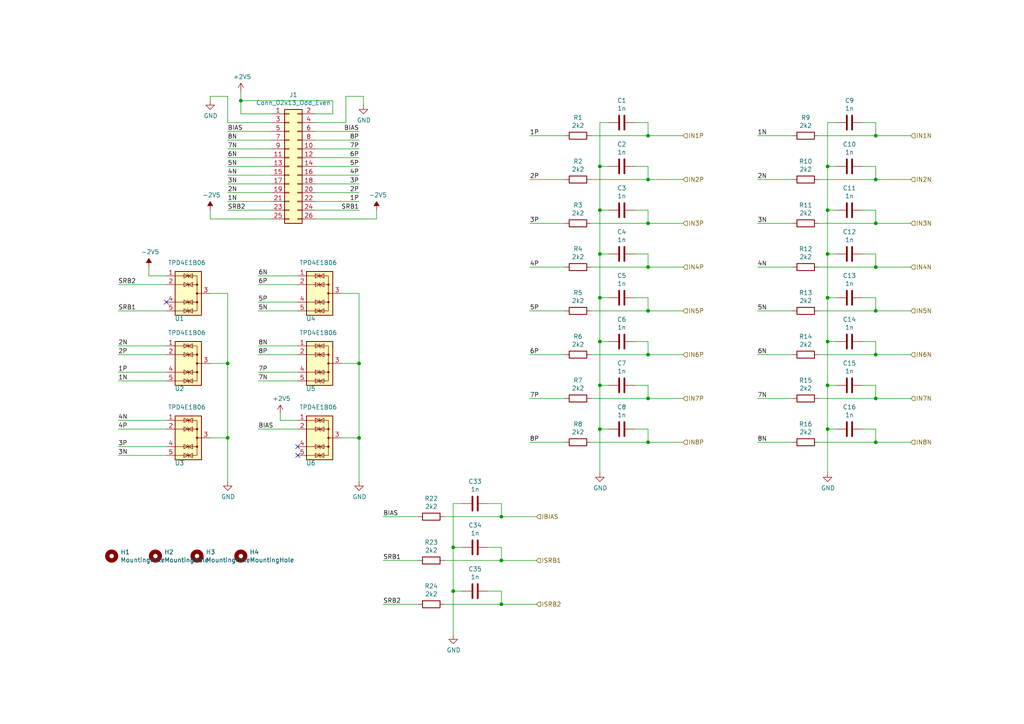
<source format=kicad_sch>
(kicad_sch (version 20211123) (generator eeschema)
  (paper "A4")
  (lib_symbols
    (symbol "Connector_Generic:Conn_02x13_Odd_Even" (pin_names (offset 1.016) hide)
      (property "Reference" "J" (at 1.27 17.78 0))
      (property "Value" "Conn_02x13_Odd_Even" (at 1.27 -17.78 0))
      (symbol "Conn_02x13_Odd_Even_1_1"
        (rectangle (start -1.27 -15.113) (end 0 -15.367) (stroke (width 0.1524)))
        (rectangle (start -1.27 -12.573) (end 0 -12.827) (stroke (width 0.1524)))
        (rectangle (start -1.27 -10.033) (end 0 -10.287) (stroke (width 0.1524)))
        (rectangle (start -1.27 -7.493) (end 0 -7.747) (stroke (width 0.1524)))
        (rectangle (start -1.27 -4.953) (end 0 -5.207) (stroke (width 0.1524)))
        (rectangle (start -1.27 -2.413) (end 0 -2.667) (stroke (width 0.1524)))
        (rectangle (start -1.27 0.127) (end 0 -0.127) (stroke (width 0.1524)))
        (rectangle (start -1.27 2.667) (end 0 2.413) (stroke (width 0.1524)))
        (rectangle (start -1.27 5.207) (end 0 4.953) (stroke (width 0.1524)))
        (rectangle (start -1.27 7.747) (end 0 7.493) (stroke (width 0.1524)))
        (rectangle (start -1.27 10.287) (end 0 10.033) (stroke (width 0.1524)))
        (rectangle (start -1.27 12.827) (end 0 12.573) (stroke (width 0.1524)))
        (rectangle (start -1.27 15.367) (end 0 15.113) (stroke (width 0.1524)))
        (rectangle (start -1.27 16.51) (end 3.81 -16.51) (stroke (width 0.254)) (fill (type background)))
        (rectangle (start 3.81 -15.113) (end 2.54 -15.367) (stroke (width 0.1524)))
        (rectangle (start 3.81 -12.573) (end 2.54 -12.827) (stroke (width 0.1524)))
        (rectangle (start 3.81 -10.033) (end 2.54 -10.287) (stroke (width 0.1524)))
        (rectangle (start 3.81 -7.493) (end 2.54 -7.747) (stroke (width 0.1524)))
        (rectangle (start 3.81 -4.953) (end 2.54 -5.207) (stroke (width 0.1524)))
        (rectangle (start 3.81 -2.413) (end 2.54 -2.667) (stroke (width 0.1524)))
        (rectangle (start 3.81 0.127) (end 2.54 -0.127) (stroke (width 0.1524)))
        (rectangle (start 3.81 2.667) (end 2.54 2.413) (stroke (width 0.1524)))
        (rectangle (start 3.81 5.207) (end 2.54 4.953) (stroke (width 0.1524)))
        (rectangle (start 3.81 7.747) (end 2.54 7.493) (stroke (width 0.1524)))
        (rectangle (start 3.81 10.287) (end 2.54 10.033) (stroke (width 0.1524)))
        (rectangle (start 3.81 12.827) (end 2.54 12.573) (stroke (width 0.1524)))
        (rectangle (start 3.81 15.367) (end 2.54 15.113) (stroke (width 0.1524)))
        (pin passive line (at -5.08 15.24 0) (length 3.81) (name "Pin_1") (number "1"))
        (pin passive line (at 7.62 5.08 180) (length 3.81) (name "Pin_10") (number "10"))
        (pin passive line (at -5.08 2.54 0) (length 3.81) (name "Pin_11") (number "11"))
        (pin passive line (at 7.62 2.54 180) (length 3.81) (name "Pin_12") (number "12"))
        (pin passive line (at -5.08 0 0) (length 3.81) (name "Pin_13") (number "13"))
        (pin passive line (at 7.62 0 180) (length 3.81) (name "Pin_14") (number "14"))
        (pin passive line (at -5.08 -2.54 0) (length 3.81) (name "Pin_15") (number "15"))
        (pin passive line (at 7.62 -2.54 180) (length 3.81) (name "Pin_16") (number "16"))
        (pin passive line (at -5.08 -5.08 0) (length 3.81) (name "Pin_17") (number "17"))
        (pin passive line (at 7.62 -5.08 180) (length 3.81) (name "Pin_18") (number "18"))
        (pin passive line (at -5.08 -7.62 0) (length 3.81) (name "Pin_19") (number "19"))
        (pin passive line (at 7.62 15.24 180) (length 3.81) (name "Pin_2") (number "2"))
        (pin passive line (at 7.62 -7.62 180) (length 3.81) (name "Pin_20") (number "20"))
        (pin passive line (at -5.08 -10.16 0) (length 3.81) (name "Pin_21") (number "21"))
        (pin passive line (at 7.62 -10.16 180) (length 3.81) (name "Pin_22") (number "22"))
        (pin passive line (at -5.08 -12.7 0) (length 3.81) (name "Pin_23") (number "23"))
        (pin passive line (at 7.62 -12.7 180) (length 3.81) (name "Pin_24") (number "24"))
        (pin passive line (at -5.08 -15.24 0) (length 3.81) (name "Pin_25") (number "25"))
        (pin passive line (at 7.62 -15.24 180) (length 3.81) (name "Pin_26") (number "26"))
        (pin passive line (at -5.08 12.7 0) (length 3.81) (name "Pin_3") (number "3"))
        (pin passive line (at 7.62 12.7 180) (length 3.81) (name "Pin_4") (number "4"))
        (pin passive line (at -5.08 10.16 0) (length 3.81) (name "Pin_5") (number "5"))
        (pin passive line (at 7.62 10.16 180) (length 3.81) (name "Pin_6") (number "6"))
        (pin passive line (at -5.08 7.62 0) (length 3.81) (name "Pin_7") (number "7"))
        (pin passive line (at 7.62 7.62 180) (length 3.81) (name "Pin_8") (number "8"))
        (pin passive line (at -5.08 5.08 0) (length 3.81) (name "Pin_9") (number "9"))
      )
    )
    (symbol "Device:C" (pin_numbers hide) (pin_names (offset 0.254))
      (property "Reference" "C" (at 0.635 2.54 0))
      (property "Value" "C" (at 0.635 -2.54 0))
      (symbol "C_0_1"
        (polyline (pts (xy -2.032 -0.762) (xy 2.032 -0.762)) (stroke (width 0.508)))
        (polyline (pts (xy -2.032 0.762) (xy 2.032 0.762)) (stroke (width 0.508)))
      )
      (symbol "C_1_1"
        (pin passive line (at 0 3.81 270) (length 2.794) (name "~") (number "1"))
        (pin passive line (at 0 -3.81 90) (length 2.794) (name "~") (number "2"))
      )
    )
    (symbol "Device:R" (pin_numbers hide) (pin_names (offset 0))
      (property "Reference" "R" (at 2.032 0 90))
      (property "Value" "R" (at 0 0 90))
      (symbol "R_0_1"
        (rectangle (start -1.016 -2.54) (end 1.016 2.54) (stroke (width 0.254)))
      )
      (symbol "R_1_1"
        (pin passive line (at 0 3.81 270) (length 1.27) (name "~") (number "1"))
        (pin passive line (at 0 -3.81 90) (length 1.27) (name "~") (number "2"))
      )
    )
    (symbol "Mechanical:MountingHole" (pin_names (offset 1.016))
      (property "Reference" "H" (at 0 5.08 0))
      (property "Value" "MountingHole" (at 0 3.175 0))
      (symbol "MountingHole_0_1"
        (circle (center 0 0) (radius 1.27) (stroke (width 1.27)))
      )
    )
    (symbol "OpenBCI_ESP32:TPD4E1B06" (pin_names hide)
      (property "Reference" "U" (at 7.62 3.81 0))
      (property "Value" "TPD4E1B06" (at 7.62 1.905 0))
      (symbol "TPD4E1B06_0_0"
        (pin passive line (at 0 -5.08 90) (length 2.54) (name "G") (number "3"))
      )
      (symbol "TPD4E1B06_0_1"
        (rectangle (start -6.35 5.08) (end 6.35 -2.54) (stroke (width 0.254)) (fill (type background)))
        (circle (center 0 -1.27) (radius 0.254) (fill (type outline)))
        (polyline (pts (xy -2.54 5.08) (xy -2.54 -1.27)))
        (polyline (pts (xy 0 -1.27) (xy 0 -2.54)))
        (polyline (pts (xy 2.54 5.08) (xy 2.54 -1.27)))
        (polyline (pts (xy -5.08 5.08) (xy -5.08 -1.27) (xy 5.08 -1.27) (xy 5.08 5.08)))
        (polyline (pts (xy -4.445 0) (xy -5.715 0) (xy -5.08 1.27) (xy -4.445 0)))
        (polyline (pts (xy -3.175 1.524) (xy -2.921 1.27) (xy -2.159 1.27) (xy -1.905 1.016)))
        (polyline (pts (xy -2.54 1.27) (xy -1.905 0) (xy -3.175 0) (xy -2.54 1.27)))
        (polyline (pts (xy 2.54 1.27) (xy 1.905 0) (xy 3.175 0) (xy 2.54 1.27)))
        (polyline (pts (xy 5.08 1.27) (xy 4.445 0) (xy 5.715 0) (xy 5.08 1.27)))
        (circle (center 2.54 -1.27) (radius 0.254) (fill (type outline)))
      )
      (symbol "TPD4E1B06_1_1"
        (circle (center -2.54 -1.27) (radius 0.254) (fill (type outline)))
        (polyline (pts (xy -5.715 1.524) (xy -5.461 1.27) (xy -4.699 1.27) (xy -4.445 1.016)))
        (polyline (pts (xy -5.08 1.27) (xy -5.715 2.54) (xy -4.445 2.54) (xy -5.08 1.27)))
        (polyline (pts (xy -2.54 1.27) (xy -3.175 2.54) (xy -1.905 2.54) (xy -2.54 1.27)))
        (polyline (pts (xy 1.905 1.524) (xy 2.159 1.27) (xy 2.921 1.27) (xy 3.175 1.016)))
        (polyline (pts (xy 2.54 1.27) (xy 1.905 2.54) (xy 3.175 2.54) (xy 2.54 1.27)))
        (polyline (pts (xy 4.445 1.524) (xy 4.699 1.27) (xy 5.461 1.27) (xy 5.715 1.016)))
        (polyline (pts (xy 5.08 1.27) (xy 4.445 2.54) (xy 5.715 2.54) (xy 5.08 1.27)))
        (pin passive line (at -5.08 7.62 270) (length 2.54) (name "IO1") (number "1"))
        (pin passive line (at -2.54 7.62 270) (length 2.54) (name "IO2") (number "2"))
        (pin passive line (at 2.54 7.62 270) (length 2.54) (name "IO3") (number "4"))
        (pin passive line (at 5.08 7.62 270) (length 2.54) (name "IO4") (number "5"))
      )
    )
    (symbol "power:+2V5" (power) (pin_names (offset 0))
      (property "Value" "+2V5" (at 0 3.556 0))
      (symbol "+2V5_0_1"
        (polyline (pts (xy -0.762 1.27) (xy 0 2.54)))
        (polyline (pts (xy 0 0) (xy 0 2.54)))
        (polyline (pts (xy 0 2.54) (xy 0.762 1.27)))
      )
      (symbol "+2V5_1_1"
        (pin power_in line (at 0 0 90) (length 0) hide (name "+2V5") (number "1"))
      )
    )
    (symbol "power:-2V5" (power) (pin_names (offset 0))
      (property "Value" "-2V5" (at 0 3.81 0))
      (symbol "-2V5_0_0"
        (pin power_in line (at 0 0 90) (length 0) hide (name "-2V5") (number "1"))
      )
      (symbol "-2V5_0_1"
        (polyline (pts (xy 0 0) (xy 0 1.27) (xy 0.762 1.27) (xy 0 2.54) (xy -0.762 1.27) (xy 0 1.27)) (fill (type outline)))
      )
    )
    (symbol "power:GND" (power) (pin_names (offset 0))
      (property "Value" "GND" (at 0 -3.81 0))
      (symbol "GND_0_1"
        (polyline (pts (xy 0 0) (xy 0 -1.27) (xy 1.27 -1.27) (xy 0 -2.54) (xy -1.27 -1.27) (xy 0 -1.27)))
      )
      (symbol "GND_1_1"
        (pin power_in line (at 0 0 270) (length 0) hide (name "GND") (number "1"))
      )
    )
  )
  (junction (at 173.99 86.36))
  (junction (at 240.03 48.26))
  (junction (at 104.14 105.41))
  (junction (at 66.04 127))
  (junction (at 145.415 175.26))
  (junction (at 240.03 73.66))
  (junction (at 104.14 127))
  (junction (at 131.445 158.75))
  (junction (at 254 115.57))
  (junction (at 254 90.17))
  (junction (at 187.96 90.17))
  (junction (at 240.03 60.96))
  (junction (at 131.445 171.45))
  (junction (at 145.415 162.56))
  (junction (at 173.99 99.06))
  (junction (at 173.99 124.46))
  (junction (at 69.85 29.21))
  (junction (at 173.99 111.76))
  (junction (at 240.03 99.06))
  (junction (at 240.03 124.46))
  (junction (at 145.415 149.86))
  (junction (at 254 77.47))
  (junction (at 254 128.27))
  (junction (at 187.96 52.07))
  (junction (at 187.96 115.57))
  (junction (at 240.03 86.36))
  (junction (at 173.99 48.26))
  (junction (at 254 102.87))
  (junction (at 254 52.07))
  (junction (at 187.96 39.37))
  (junction (at 187.96 77.47))
  (junction (at 254 39.37))
  (junction (at 187.96 64.77))
  (junction (at 240.03 111.76))
  (junction (at 187.96 128.27))
  (junction (at 173.99 73.66))
  (junction (at 66.04 105.41))
  (junction (at 187.96 102.87))
  (junction (at 254 64.77))
  (junction (at 173.99 60.96))
  (no_connect (at 86.36 132.08))
  (no_connect (at 86.36 129.54))
  (no_connect (at 48.26 87.63))
  (wire (pts (xy 66.04 27.94) (xy 60.96 27.94)))
  (wire (pts (xy 128.905 175.26) (xy 145.415 175.26)))
  (wire (pts (xy 78.74 38.1) (xy 66.04 38.1)))
  (wire (pts (xy 240.03 124.46) (xy 240.03 137.16)))
  (wire (pts (xy 163.83 64.77) (xy 153.67 64.77)))
  (wire (pts (xy 187.96 102.87) (xy 198.12 102.87)))
  (wire (pts (xy 145.415 162.56) (xy 155.575 162.56)))
  (wire (pts (xy 171.45 102.87) (xy 187.96 102.87)))
  (wire (pts (xy 176.53 99.06) (xy 173.99 99.06)))
  (wire (pts (xy 176.53 111.76) (xy 173.99 111.76)))
  (wire (pts (xy 254 111.76) (xy 254 115.57)))
  (wire (pts (xy 100.33 35.56) (xy 100.33 27.94)))
  (wire (pts (xy 128.905 162.56) (xy 145.415 162.56)))
  (wire (pts (xy 145.415 171.45) (xy 145.415 175.26)))
  (wire (pts (xy 145.415 149.86) (xy 155.575 149.86)))
  (wire (pts (xy 86.36 107.95) (xy 74.93 107.95)))
  (wire (pts (xy 242.57 124.46) (xy 240.03 124.46)))
  (wire (pts (xy 66.04 85.09) (xy 66.04 105.41)))
  (wire (pts (xy 242.57 48.26) (xy 240.03 48.26)))
  (wire (pts (xy 254 128.27) (xy 264.16 128.27)))
  (wire (pts (xy 99.06 127) (xy 104.14 127)))
  (wire (pts (xy 237.49 52.07) (xy 254 52.07)))
  (wire (pts (xy 163.83 39.37) (xy 153.67 39.37)))
  (wire (pts (xy 78.74 48.26) (xy 66.04 48.26)))
  (wire (pts (xy 187.96 128.27) (xy 198.12 128.27)))
  (wire (pts (xy 91.44 60.96) (xy 104.14 60.96)))
  (wire (pts (xy 176.53 86.36) (xy 173.99 86.36)))
  (wire (pts (xy 254 102.87) (xy 264.16 102.87)))
  (wire (pts (xy 187.96 111.76) (xy 187.96 115.57)))
  (wire (pts (xy 229.87 128.27) (xy 219.71 128.27)))
  (wire (pts (xy 184.15 99.06) (xy 187.96 99.06)))
  (wire (pts (xy 237.49 39.37) (xy 254 39.37)))
  (wire (pts (xy 91.44 38.1) (xy 104.14 38.1)))
  (wire (pts (xy 141.605 158.75) (xy 145.415 158.75)))
  (wire (pts (xy 48.26 124.46) (xy 34.29 124.46)))
  (wire (pts (xy 242.57 73.66) (xy 240.03 73.66)))
  (wire (pts (xy 237.49 128.27) (xy 254 128.27)))
  (wire (pts (xy 163.83 90.17) (xy 153.67 90.17)))
  (wire (pts (xy 48.26 82.55) (xy 34.29 82.55)))
  (wire (pts (xy 121.285 162.56) (xy 111.125 162.56)))
  (wire (pts (xy 254 90.17) (xy 264.16 90.17)))
  (wire (pts (xy 48.26 121.92) (xy 34.29 121.92)))
  (wire (pts (xy 187.96 115.57) (xy 198.12 115.57)))
  (wire (pts (xy 109.22 63.5) (xy 109.22 60.96)))
  (wire (pts (xy 86.36 100.33) (xy 74.93 100.33)))
  (wire (pts (xy 48.26 100.33) (xy 34.29 100.33)))
  (wire (pts (xy 184.15 60.96) (xy 187.96 60.96)))
  (wire (pts (xy 250.19 99.06) (xy 254 99.06)))
  (wire (pts (xy 171.45 128.27) (xy 187.96 128.27)))
  (wire (pts (xy 81.28 121.92) (xy 81.28 120.015)))
  (wire (pts (xy 176.53 73.66) (xy 173.99 73.66)))
  (wire (pts (xy 173.99 99.06) (xy 173.99 111.76)))
  (wire (pts (xy 78.74 33.02) (xy 69.85 33.02)))
  (wire (pts (xy 91.44 33.02) (xy 96.52 33.02)))
  (wire (pts (xy 104.14 127) (xy 104.14 139.7)))
  (wire (pts (xy 48.26 102.87) (xy 34.29 102.87)))
  (wire (pts (xy 240.03 60.96) (xy 240.03 73.66)))
  (wire (pts (xy 66.04 35.56) (xy 78.74 35.56)))
  (wire (pts (xy 250.19 48.26) (xy 254 48.26)))
  (wire (pts (xy 78.74 55.88) (xy 66.04 55.88)))
  (wire (pts (xy 171.45 52.07) (xy 187.96 52.07)))
  (wire (pts (xy 171.45 115.57) (xy 187.96 115.57)))
  (wire (pts (xy 86.36 82.55) (xy 74.93 82.55)))
  (wire (pts (xy 187.96 99.06) (xy 187.96 102.87)))
  (wire (pts (xy 86.36 121.92) (xy 81.28 121.92)))
  (wire (pts (xy 86.36 87.63) (xy 74.93 87.63)))
  (wire (pts (xy 91.44 40.64) (xy 104.14 40.64)))
  (wire (pts (xy 60.96 127) (xy 66.04 127)))
  (wire (pts (xy 242.57 86.36) (xy 240.03 86.36)))
  (wire (pts (xy 254 52.07) (xy 264.16 52.07)))
  (wire (pts (xy 250.19 73.66) (xy 254 73.66)))
  (wire (pts (xy 60.96 63.5) (xy 78.74 63.5)))
  (wire (pts (xy 86.36 124.46) (xy 74.93 124.46)))
  (wire (pts (xy 229.87 52.07) (xy 219.71 52.07)))
  (wire (pts (xy 254 124.46) (xy 254 128.27)))
  (wire (pts (xy 104.14 85.09) (xy 104.14 105.41)))
  (wire (pts (xy 254 60.96) (xy 254 64.77)))
  (wire (pts (xy 121.285 149.86) (xy 111.125 149.86)))
  (wire (pts (xy 133.985 158.75) (xy 131.445 158.75)))
  (wire (pts (xy 145.415 175.26) (xy 155.575 175.26)))
  (wire (pts (xy 43.18 80.01) (xy 48.26 80.01)))
  (wire (pts (xy 91.44 63.5) (xy 109.22 63.5)))
  (wire (pts (xy 91.44 45.72) (xy 104.14 45.72)))
  (wire (pts (xy 240.03 86.36) (xy 240.03 99.06)))
  (wire (pts (xy 128.905 149.86) (xy 145.415 149.86)))
  (wire (pts (xy 187.96 90.17) (xy 198.12 90.17)))
  (wire (pts (xy 163.83 102.87) (xy 153.67 102.87)))
  (wire (pts (xy 229.87 102.87) (xy 219.71 102.87)))
  (wire (pts (xy 48.26 107.95) (xy 34.29 107.95)))
  (wire (pts (xy 237.49 115.57) (xy 254 115.57)))
  (wire (pts (xy 229.87 39.37) (xy 219.71 39.37)))
  (wire (pts (xy 240.03 99.06) (xy 240.03 111.76)))
  (wire (pts (xy 91.44 58.42) (xy 104.14 58.42)))
  (wire (pts (xy 99.06 105.41) (xy 104.14 105.41)))
  (wire (pts (xy 184.15 48.26) (xy 187.96 48.26)))
  (wire (pts (xy 60.96 27.94) (xy 60.96 29.21)))
  (wire (pts (xy 173.99 35.56) (xy 173.99 48.26)))
  (wire (pts (xy 242.57 35.56) (xy 240.03 35.56)))
  (wire (pts (xy 187.96 124.46) (xy 187.96 128.27)))
  (wire (pts (xy 184.15 111.76) (xy 187.96 111.76)))
  (wire (pts (xy 173.99 124.46) (xy 173.99 137.16)))
  (wire (pts (xy 48.26 129.54) (xy 34.29 129.54)))
  (wire (pts (xy 240.03 73.66) (xy 240.03 86.36)))
  (wire (pts (xy 66.04 27.94) (xy 66.04 35.56)))
  (wire (pts (xy 163.83 128.27) (xy 153.67 128.27)))
  (wire (pts (xy 240.03 48.26) (xy 240.03 60.96)))
  (wire (pts (xy 176.53 60.96) (xy 173.99 60.96)))
  (wire (pts (xy 48.26 90.17) (xy 34.29 90.17)))
  (wire (pts (xy 184.15 73.66) (xy 187.96 73.66)))
  (wire (pts (xy 48.26 110.49) (xy 34.29 110.49)))
  (wire (pts (xy 187.96 77.47) (xy 198.12 77.47)))
  (wire (pts (xy 254 39.37) (xy 264.16 39.37)))
  (wire (pts (xy 237.49 102.87) (xy 254 102.87)))
  (wire (pts (xy 250.19 86.36) (xy 254 86.36)))
  (wire (pts (xy 229.87 77.47) (xy 219.71 77.47)))
  (wire (pts (xy 91.44 53.34) (xy 104.14 53.34)))
  (wire (pts (xy 121.285 175.26) (xy 111.125 175.26)))
  (wire (pts (xy 133.985 146.05) (xy 131.445 146.05)))
  (wire (pts (xy 91.44 55.88) (xy 104.14 55.88)))
  (wire (pts (xy 237.49 90.17) (xy 254 90.17)))
  (wire (pts (xy 104.14 105.41) (xy 104.14 127)))
  (wire (pts (xy 254 115.57) (xy 264.16 115.57)))
  (wire (pts (xy 187.96 48.26) (xy 187.96 52.07)))
  (wire (pts (xy 240.03 111.76) (xy 240.03 124.46)))
  (wire (pts (xy 43.18 77.47) (xy 43.18 80.01)))
  (wire (pts (xy 171.45 90.17) (xy 187.96 90.17)))
  (wire (pts (xy 131.445 146.05) (xy 131.445 158.75)))
  (wire (pts (xy 237.49 64.77) (xy 254 64.77)))
  (wire (pts (xy 100.33 27.94) (xy 105.41 27.94)))
  (wire (pts (xy 187.96 73.66) (xy 187.96 77.47)))
  (wire (pts (xy 60.96 60.96) (xy 60.96 63.5)))
  (wire (pts (xy 242.57 111.76) (xy 240.03 111.76)))
  (wire (pts (xy 242.57 60.96) (xy 240.03 60.96)))
  (wire (pts (xy 250.19 124.46) (xy 254 124.46)))
  (wire (pts (xy 78.74 60.96) (xy 66.04 60.96)))
  (wire (pts (xy 105.41 27.94) (xy 105.41 30.48)))
  (wire (pts (xy 184.15 124.46) (xy 187.96 124.46)))
  (wire (pts (xy 173.99 111.76) (xy 173.99 124.46)))
  (wire (pts (xy 187.96 86.36) (xy 187.96 90.17)))
  (wire (pts (xy 66.04 105.41) (xy 66.04 127)))
  (wire (pts (xy 176.53 124.46) (xy 173.99 124.46)))
  (wire (pts (xy 254 64.77) (xy 264.16 64.77)))
  (wire (pts (xy 78.74 43.18) (xy 66.04 43.18)))
  (wire (pts (xy 176.53 35.56) (xy 173.99 35.56)))
  (wire (pts (xy 187.96 35.56) (xy 187.96 39.37)))
  (wire (pts (xy 99.06 85.09) (xy 104.14 85.09)))
  (wire (pts (xy 184.15 35.56) (xy 187.96 35.56)))
  (wire (pts (xy 141.605 171.45) (xy 145.415 171.45)))
  (wire (pts (xy 131.445 171.45) (xy 131.445 184.15)))
  (wire (pts (xy 171.45 64.77) (xy 187.96 64.77)))
  (wire (pts (xy 242.57 99.06) (xy 240.03 99.06)))
  (wire (pts (xy 48.26 132.08) (xy 34.29 132.08)))
  (wire (pts (xy 78.74 50.8) (xy 66.04 50.8)))
  (wire (pts (xy 91.44 43.18) (xy 104.14 43.18)))
  (wire (pts (xy 176.53 48.26) (xy 173.99 48.26)))
  (wire (pts (xy 86.36 80.01) (xy 74.93 80.01)))
  (wire (pts (xy 78.74 40.64) (xy 66.04 40.64)))
  (wire (pts (xy 86.36 110.49) (xy 74.93 110.49)))
  (wire (pts (xy 187.96 39.37) (xy 198.12 39.37)))
  (wire (pts (xy 69.85 29.21) (xy 69.85 33.02)))
  (wire (pts (xy 91.44 48.26) (xy 104.14 48.26)))
  (wire (pts (xy 250.19 60.96) (xy 254 60.96)))
  (wire (pts (xy 78.74 53.34) (xy 66.04 53.34)))
  (wire (pts (xy 78.74 45.72) (xy 66.04 45.72)))
  (wire (pts (xy 173.99 73.66) (xy 173.99 86.36)))
  (wire (pts (xy 60.96 85.09) (xy 66.04 85.09)))
  (wire (pts (xy 69.85 29.21) (xy 96.52 29.21)))
  (wire (pts (xy 66.04 127) (xy 66.04 139.7)))
  (wire (pts (xy 60.96 105.41) (xy 66.04 105.41)))
  (wire (pts (xy 250.19 35.56) (xy 254 35.56)))
  (wire (pts (xy 173.99 48.26) (xy 173.99 60.96)))
  (wire (pts (xy 163.83 77.47) (xy 153.67 77.47)))
  (wire (pts (xy 187.96 64.77) (xy 198.12 64.77)))
  (wire (pts (xy 171.45 77.47) (xy 187.96 77.47)))
  (wire (pts (xy 229.87 64.77) (xy 219.71 64.77)))
  (wire (pts (xy 86.36 102.87) (xy 74.93 102.87)))
  (wire (pts (xy 254 99.06) (xy 254 102.87)))
  (wire (pts (xy 240.03 35.56) (xy 240.03 48.26)))
  (wire (pts (xy 229.87 115.57) (xy 219.71 115.57)))
  (wire (pts (xy 163.83 52.07) (xy 153.67 52.07)))
  (wire (pts (xy 86.36 90.17) (xy 74.93 90.17)))
  (wire (pts (xy 145.415 146.05) (xy 145.415 149.86)))
  (wire (pts (xy 237.49 77.47) (xy 254 77.47)))
  (wire (pts (xy 173.99 60.96) (xy 173.99 73.66)))
  (wire (pts (xy 91.44 50.8) (xy 104.14 50.8)))
  (wire (pts (xy 187.96 52.07) (xy 198.12 52.07)))
  (wire (pts (xy 96.52 29.21) (xy 96.52 33.02)))
  (wire (pts (xy 254 86.36) (xy 254 90.17)))
  (wire (pts (xy 163.83 115.57) (xy 153.67 115.57)))
  (wire (pts (xy 131.445 158.75) (xy 131.445 171.45)))
  (wire (pts (xy 133.985 171.45) (xy 131.445 171.45)))
  (wire (pts (xy 229.87 90.17) (xy 219.71 90.17)))
  (wire (pts (xy 145.415 158.75) (xy 145.415 162.56)))
  (wire (pts (xy 141.605 146.05) (xy 145.415 146.05)))
  (wire (pts (xy 171.45 39.37) (xy 187.96 39.37)))
  (wire (pts (xy 78.74 58.42) (xy 66.04 58.42)))
  (wire (pts (xy 173.99 86.36) (xy 173.99 99.06)))
  (wire (pts (xy 254 35.56) (xy 254 39.37)))
  (wire (pts (xy 184.15 86.36) (xy 187.96 86.36)))
  (wire (pts (xy 69.85 26.67) (xy 69.85 29.21)))
  (wire (pts (xy 91.44 35.56) (xy 100.33 35.56)))
  (wire (pts (xy 254 48.26) (xy 254 52.07)))
  (wire (pts (xy 254 77.47) (xy 264.16 77.47)))
  (wire (pts (xy 250.19 111.76) (xy 254 111.76)))
  (wire (pts (xy 187.96 60.96) (xy 187.96 64.77)))
  (wire (pts (xy 254 73.66) (xy 254 77.47)))
  (label "5P" (at 104.14 48.26 180))
  (label "5P" (at 74.93 87.63 0))
  (label "2N" (at 34.29 100.33 0))
  (label "BIAS" (at 104.14 38.1 180))
  (label "3P" (at 153.67 64.77 0))
  (label "5N" (at 74.93 90.17 0))
  (label "6P" (at 104.14 45.72 180))
  (label "4N" (at 219.71 77.47 0))
  (label "2P" (at 34.29 102.87 0))
  (label "8P" (at 104.14 40.64 180))
  (label "6N" (at 219.71 102.87 0))
  (label "4N" (at 66.04 50.8 0))
  (label "8N" (at 66.04 40.64 0))
  (label "SRB1" (at 104.14 60.96 180))
  (label "8P" (at 74.93 102.87 0))
  (label "SRB1" (at 34.29 90.17 0))
  (label "1N" (at 219.71 39.37 0))
  (label "SRB2" (at 34.29 82.55 0))
  (label "6N" (at 74.93 80.01 0))
  (label "7P" (at 153.67 115.57 0))
  (label "2P" (at 104.14 55.88 180))
  (label "4P" (at 34.29 124.46 0))
  (label "7P" (at 74.93 107.95 0))
  (label "4N" (at 34.29 121.92 0))
  (label "2N" (at 219.71 52.07 0))
  (label "1N" (at 34.29 110.49 0))
  (label "3N" (at 34.29 132.08 0))
  (label "SRB1" (at 111.125 162.56 0))
  (label "3N" (at 66.04 53.34 0))
  (label "7N" (at 66.04 43.18 0))
  (label "6P" (at 153.67 102.87 0))
  (label "3P" (at 34.29 129.54 0))
  (label "1P" (at 104.14 58.42 180))
  (label "1N" (at 66.04 58.42 0))
  (label "4P" (at 153.67 77.47 0))
  (label "BIAS" (at 111.125 149.86 0))
  (label "7P" (at 104.14 43.18 180))
  (label "8N" (at 74.93 100.33 0))
  (label "7N" (at 74.93 110.49 0))
  (label "2P" (at 153.67 52.07 0))
  (label "SRB2" (at 111.125 175.26 0))
  (label "8P" (at 153.67 128.27 0))
  (label "BIAS" (at 74.93 124.46 0))
  (label "3N" (at 219.71 64.77 0))
  (label "BIAS" (at 66.04 38.1 0))
  (label "7N" (at 219.71 115.57 0))
  (label "3P" (at 104.14 53.34 180))
  (label "SRB2" (at 66.04 60.96 0))
  (label "8N" (at 219.71 128.27 0))
  (label "1P" (at 34.29 107.95 0))
  (label "4P" (at 104.14 50.8 180))
  (label "6N" (at 66.04 45.72 0))
  (label "6P" (at 74.93 82.55 0))
  (label "1P" (at 153.67 39.37 0))
  (label "2N" (at 66.04 55.88 0))
  (label "5N" (at 66.04 48.26 0))
  (label "5N" (at 219.71 90.17 0))
  (label "5P" (at 153.67 90.17 0))
  (hierarchical_label "IN7P" (shape input) (at 198.12 115.57 0))
  (hierarchical_label "IN2P" (shape input) (at 198.12 52.07 0))
  (hierarchical_label "ISRB2" (shape input) (at 155.575 175.26 0))
  (hierarchical_label "IN1P" (shape input) (at 198.12 39.37 0))
  (hierarchical_label "IN8N" (shape input) (at 264.16 128.27 0))
  (hierarchical_label "IN6P" (shape input) (at 198.12 102.87 0))
  (hierarchical_label "IN5P" (shape input) (at 198.12 90.17 0))
  (hierarchical_label "ISRB1" (shape input) (at 155.575 162.56 0))
  (hierarchical_label "IN8P" (shape input) (at 198.12 128.27 0))
  (hierarchical_label "IN2N" (shape input) (at 264.16 52.07 0))
  (hierarchical_label "IBIAS" (shape input) (at 155.575 149.86 0))
  (hierarchical_label "IN3P" (shape input) (at 198.12 64.77 0))
  (hierarchical_label "IN7N" (shape input) (at 264.16 115.57 0))
  (hierarchical_label "IN1N" (shape input) (at 264.16 39.37 0))
  (hierarchical_label "IN6N" (shape input) (at 264.16 102.87 0))
  (hierarchical_label "IN3N" (shape input) (at 264.16 64.77 0))
  (hierarchical_label "IN4N" (shape input) (at 264.16 77.47 0))
  (hierarchical_label "IN5N" (shape input) (at 264.16 90.17 0))
  (hierarchical_label "IN4P" (shape input) (at 198.12 77.47 0))
  (symbol (lib_id "OpenBCI_ESP32:TPD4E1B06") (at 55.88 85.09 90) (mirror x) (unit 1)
    (property "Reference" "U1" (at 53.4416 92.4052 90) (effects (justify left)))
    (property "Value" "TPD4E1B06" (at 59.69 76.2 90) (effects (justify left)))
    (property "Footprint" "Package_TO_SOT_SMD:SOT-363_SC-70-6" (effects hide))
    (property "Datasheet" "http://www.ti.com/lit/ds/symlink/tpd4e02b04.pdf" (effects hide))
  )
  (symbol (lib_id "Connector_Generic:Conn_02x13_Odd_Even") (at 83.82 48.26 0) (unit 1)
    (property "Reference" "J1" (at 85.09 27.5082 0))
    (property "Value" "Conn_02x13_Odd_Even" (at 85.09 29.8196 0))
    (property "Footprint" "OpenBCI_ESP32:PinHeader_2x13_P2.54mm_OpenBCI" (effects hide))
  )
  (symbol (lib_id "power:-2V5") (at 43.18 77.47 0) (unit 1)
    (property "Reference" "#PWR0101" (effects hide))
    (property "Value" "-2V5" (at 43.561 73.0758 0))
  )
  (symbol (lib_id "Device:R") (at 125.095 149.86 270) (unit 1)
    (property "Reference" "R22" (at 125.095 144.6022 90))
    (property "Value" "2k2" (at 125.095 146.9136 90))
    (property "Footprint" "Resistor_SMD:R_0603_1608Metric" (effects hide))
  )
  (symbol (lib_id "Device:C") (at 137.795 146.05 270) (unit 1)
    (property "Reference" "C33" (at 137.795 139.6492 90))
    (property "Value" "1n" (at 137.795 141.9606 90))
    (property "Footprint" "Capacitor_SMD:C_0603_1608Metric" (effects hide))
  )
  (symbol (lib_id "Device:R") (at 125.095 162.56 270) (unit 1)
    (property "Reference" "R23" (at 125.095 157.3022 90))
    (property "Value" "2k2" (at 125.095 159.6136 90))
    (property "Footprint" "Resistor_SMD:R_0603_1608Metric" (effects hide))
  )
  (symbol (lib_id "Device:R") (at 125.095 175.26 270) (unit 1)
    (property "Reference" "R24" (at 125.095 170.0022 90))
    (property "Value" "2k2" (at 125.095 172.3136 90))
    (property "Footprint" "Resistor_SMD:R_0603_1608Metric" (effects hide))
  )
  (symbol (lib_id "Device:C") (at 137.795 158.75 270) (unit 1)
    (property "Reference" "C34" (at 137.795 152.3492 90))
    (property "Value" "1n" (at 137.795 154.6606 90))
    (property "Footprint" "Capacitor_SMD:C_0603_1608Metric" (effects hide))
  )
  (symbol (lib_id "Device:C") (at 137.795 171.45 270) (unit 1)
    (property "Reference" "C35" (at 137.795 165.0492 90))
    (property "Value" "1n" (at 137.795 167.3606 90))
    (property "Footprint" "Capacitor_SMD:C_0603_1608Metric" (effects hide))
  )
  (symbol (lib_id "power:GND") (at 131.445 184.15 0) (unit 1)
    (property "Reference" "#PWR0106" (effects hide))
    (property "Value" "GND" (at 131.572 188.5442 0))
  )
  (symbol (lib_id "power:+2V5") (at 69.85 26.67 0) (unit 1)
    (property "Reference" "#PWR04" (effects hide))
    (property "Value" "+2V5" (at 70.231 22.2758 0))
  )
  (symbol (lib_id "power:GND") (at 60.96 29.21 0) (unit 1)
    (property "Reference" "#PWR01" (effects hide))
    (property "Value" "GND" (at 61.087 33.6042 0))
  )
  (symbol (lib_id "power:GND") (at 105.41 30.48 0) (unit 1)
    (property "Reference" "#PWR06" (effects hide))
    (property "Value" "GND" (at 105.537 34.8742 0))
  )
  (symbol (lib_id "power:-2V5") (at 60.96 60.96 0) (unit 1)
    (property "Reference" "#PWR02" (effects hide))
    (property "Value" "-2V5" (at 61.341 56.5658 0))
  )
  (symbol (lib_id "power:-2V5") (at 109.22 60.96 0) (unit 1)
    (property "Reference" "#PWR07" (effects hide))
    (property "Value" "-2V5" (at 109.601 56.5658 0))
  )
  (symbol (lib_id "Device:R") (at 167.64 39.37 270) (unit 1)
    (property "Reference" "R1" (at 167.64 34.1122 90))
    (property "Value" "2k2" (at 167.64 36.4236 90))
    (property "Footprint" "Resistor_SMD:R_0603_1608Metric" (effects hide))
  )
  (symbol (lib_id "Device:R") (at 167.64 52.07 270) (unit 1)
    (property "Reference" "R2" (at 167.64 46.8122 90))
    (property "Value" "2k2" (at 167.64 49.1236 90))
    (property "Footprint" "Resistor_SMD:R_0603_1608Metric" (effects hide))
  )
  (symbol (lib_id "Mechanical:MountingHole") (at 32.385 161.29 0) (unit 1)
    (property "Reference" "H1" (at 34.925 160.1216 0) (effects (justify left)))
    (property "Value" "MountingHole" (at 34.925 162.433 0) (effects (justify left)))
    (property "Footprint" "MountingHole:MountingHole_2.7mm_M2.5" (effects hide))
  )
  (symbol (lib_id "Device:C") (at 180.34 35.56 270) (unit 1)
    (property "Reference" "C1" (at 180.34 29.1592 90))
    (property "Value" "1n" (at 180.34 31.4706 90))
    (property "Footprint" "Capacitor_SMD:C_0603_1608Metric" (effects hide))
  )
  (symbol (lib_id "Mechanical:MountingHole") (at 45.085 161.29 0) (unit 1)
    (property "Reference" "H2" (at 47.625 160.1216 0) (effects (justify left)))
    (property "Value" "MountingHole" (at 47.625 162.433 0) (effects (justify left)))
    (property "Footprint" "MountingHole:MountingHole_2.7mm_M2.5" (effects hide))
  )
  (symbol (lib_id "Mechanical:MountingHole") (at 57.15 161.29 0) (unit 1)
    (property "Reference" "H3" (at 59.69 160.1216 0) (effects (justify left)))
    (property "Value" "MountingHole" (at 59.69 162.433 0) (effects (justify left)))
    (property "Footprint" "MountingHole:MountingHole_2.7mm_M2.5" (effects hide))
  )
  (symbol (lib_id "Mechanical:MountingHole") (at 69.85 161.29 0) (unit 1)
    (property "Reference" "H4" (at 72.39 160.1216 0) (effects (justify left)))
    (property "Value" "MountingHole" (at 72.39 162.433 0) (effects (justify left)))
    (property "Footprint" "MountingHole:MountingHole_2.7mm_M2.5" (effects hide))
  )
  (symbol (lib_id "Device:C") (at 180.34 48.26 270) (unit 1)
    (property "Reference" "C2" (at 180.34 41.8592 90))
    (property "Value" "1n" (at 180.34 44.1706 90))
    (property "Footprint" "Capacitor_SMD:C_0603_1608Metric" (effects hide))
  )
  (symbol (lib_id "Device:R") (at 167.64 64.77 270) (unit 1)
    (property "Reference" "R3" (at 167.64 59.5122 90))
    (property "Value" "2k2" (at 167.64 61.8236 90))
    (property "Footprint" "Resistor_SMD:R_0603_1608Metric" (effects hide))
  )
  (symbol (lib_id "Device:R") (at 167.64 77.47 270) (unit 1)
    (property "Reference" "R4" (at 167.64 72.2122 90))
    (property "Value" "2k2" (at 167.64 74.5236 90))
    (property "Footprint" "Resistor_SMD:R_0603_1608Metric" (effects hide))
  )
  (symbol (lib_id "Device:C") (at 180.34 60.96 270) (unit 1)
    (property "Reference" "C3" (at 180.34 54.5592 90))
    (property "Value" "1n" (at 180.34 56.8706 90))
    (property "Footprint" "Capacitor_SMD:C_0603_1608Metric" (effects hide))
  )
  (symbol (lib_id "Device:C") (at 180.34 73.66 270) (unit 1)
    (property "Reference" "C4" (at 180.34 67.2592 90))
    (property "Value" "1n" (at 180.34 69.5706 90))
    (property "Footprint" "Capacitor_SMD:C_0603_1608Metric" (effects hide))
  )
  (symbol (lib_id "Device:R") (at 167.64 90.17 270) (unit 1)
    (property "Reference" "R5" (at 167.64 84.9122 90))
    (property "Value" "2k2" (at 167.64 87.2236 90))
    (property "Footprint" "Resistor_SMD:R_0603_1608Metric" (effects hide))
  )
  (symbol (lib_id "Device:R") (at 167.64 102.87 270) (unit 1)
    (property "Reference" "R6" (at 167.64 97.6122 90))
    (property "Value" "2k2" (at 167.64 99.9236 90))
    (property "Footprint" "Resistor_SMD:R_0603_1608Metric" (effects hide))
  )
  (symbol (lib_id "Device:C") (at 180.34 86.36 270) (unit 1)
    (property "Reference" "C5" (at 180.34 79.9592 90))
    (property "Value" "1n" (at 180.34 82.2706 90))
    (property "Footprint" "Capacitor_SMD:C_0603_1608Metric" (effects hide))
  )
  (symbol (lib_id "Device:C") (at 180.34 99.06 270) (unit 1)
    (property "Reference" "C6" (at 180.34 92.6592 90))
    (property "Value" "1n" (at 180.34 94.9706 90))
    (property "Footprint" "Capacitor_SMD:C_0603_1608Metric" (effects hide))
  )
  (symbol (lib_id "Device:R") (at 167.64 115.57 270) (unit 1)
    (property "Reference" "R7" (at 167.64 110.3122 90))
    (property "Value" "2k2" (at 167.64 112.6236 90))
    (property "Footprint" "Resistor_SMD:R_0603_1608Metric" (effects hide))
  )
  (symbol (lib_id "Device:R") (at 167.64 128.27 270) (unit 1)
    (property "Reference" "R8" (at 167.64 123.0122 90))
    (property "Value" "2k2" (at 167.64 125.3236 90))
    (property "Footprint" "Resistor_SMD:R_0603_1608Metric" (effects hide))
  )
  (symbol (lib_id "Device:C") (at 180.34 111.76 270) (unit 1)
    (property "Reference" "C7" (at 180.34 105.3592 90))
    (property "Value" "1n" (at 180.34 107.6706 90))
    (property "Footprint" "Capacitor_SMD:C_0603_1608Metric" (effects hide))
  )
  (symbol (lib_id "Device:C") (at 180.34 124.46 270) (unit 1)
    (property "Reference" "C8" (at 180.34 118.0592 90))
    (property "Value" "1n" (at 180.34 120.3706 90))
    (property "Footprint" "Capacitor_SMD:C_0603_1608Metric" (effects hide))
  )
  (symbol (lib_id "Device:R") (at 233.68 39.37 270) (unit 1)
    (property "Reference" "R9" (at 233.68 34.1122 90))
    (property "Value" "2k2" (at 233.68 36.4236 90))
    (property "Footprint" "Resistor_SMD:R_0603_1608Metric" (effects hide))
  )
  (symbol (lib_id "Device:R") (at 233.68 52.07 270) (unit 1)
    (property "Reference" "R10" (at 233.68 46.8122 90))
    (property "Value" "2k2" (at 233.68 49.1236 90))
    (property "Footprint" "Resistor_SMD:R_0603_1608Metric" (effects hide))
  )
  (symbol (lib_id "Device:C") (at 246.38 35.56 270) (unit 1)
    (property "Reference" "C9" (at 246.38 29.1592 90))
    (property "Value" "1n" (at 246.38 31.4706 90))
    (property "Footprint" "Capacitor_SMD:C_0603_1608Metric" (effects hide))
  )
  (symbol (lib_id "Device:C") (at 246.38 48.26 270) (unit 1)
    (property "Reference" "C10" (at 246.38 41.8592 90))
    (property "Value" "1n" (at 246.38 44.1706 90))
    (property "Footprint" "Capacitor_SMD:C_0603_1608Metric" (effects hide))
  )
  (symbol (lib_id "Device:R") (at 233.68 64.77 270) (unit 1)
    (property "Reference" "R11" (at 233.68 59.5122 90))
    (property "Value" "2k2" (at 233.68 61.8236 90))
    (property "Footprint" "Resistor_SMD:R_0603_1608Metric" (effects hide))
  )
  (symbol (lib_id "Device:R") (at 233.68 77.47 270) (unit 1)
    (property "Reference" "R12" (at 233.68 72.2122 90))
    (property "Value" "2k2" (at 233.68 74.5236 90))
    (property "Footprint" "Resistor_SMD:R_0603_1608Metric" (effects hide))
  )
  (symbol (lib_id "Device:C") (at 246.38 60.96 270) (unit 1)
    (property "Reference" "C11" (at 246.38 54.5592 90))
    (property "Value" "1n" (at 246.38 56.8706 90))
    (property "Footprint" "Capacitor_SMD:C_0603_1608Metric" (effects hide))
  )
  (symbol (lib_id "Device:C") (at 246.38 73.66 270) (unit 1)
    (property "Reference" "C12" (at 246.38 67.2592 90))
    (property "Value" "1n" (at 246.38 69.5706 90))
    (property "Footprint" "Capacitor_SMD:C_0603_1608Metric" (effects hide))
  )
  (symbol (lib_id "Device:R") (at 233.68 90.17 270) (unit 1)
    (property "Reference" "R13" (at 233.68 84.9122 90))
    (property "Value" "2k2" (at 233.68 87.2236 90))
    (property "Footprint" "Resistor_SMD:R_0603_1608Metric" (effects hide))
  )
  (symbol (lib_id "Device:R") (at 233.68 102.87 270) (unit 1)
    (property "Reference" "R14" (at 233.68 97.6122 90))
    (property "Value" "2k2" (at 233.68 99.9236 90))
    (property "Footprint" "Resistor_SMD:R_0603_1608Metric" (effects hide))
  )
  (symbol (lib_id "Device:C") (at 246.38 86.36 270) (unit 1)
    (property "Reference" "C13" (at 246.38 79.9592 90))
    (property "Value" "1n" (at 246.38 82.2706 90))
    (property "Footprint" "Capacitor_SMD:C_0603_1608Metric" (effects hide))
  )
  (symbol (lib_id "Device:C") (at 246.38 99.06 270) (unit 1)
    (property "Reference" "C14" (at 246.38 92.6592 90))
    (property "Value" "1n" (at 246.38 94.9706 90))
    (property "Footprint" "Capacitor_SMD:C_0603_1608Metric" (effects hide))
  )
  (symbol (lib_id "Device:R") (at 233.68 115.57 270) (unit 1)
    (property "Reference" "R15" (at 233.68 110.3122 90))
    (property "Value" "2k2" (at 233.68 112.6236 90))
    (property "Footprint" "Resistor_SMD:R_0603_1608Metric" (effects hide))
  )
  (symbol (lib_id "Device:R") (at 233.68 128.27 270) (unit 1)
    (property "Reference" "R16" (at 233.68 123.0122 90))
    (property "Value" "2k2" (at 233.68 125.3236 90))
    (property "Footprint" "Resistor_SMD:R_0603_1608Metric" (effects hide))
  )
  (symbol (lib_id "Device:C") (at 246.38 111.76 270) (unit 1)
    (property "Reference" "C15" (at 246.38 105.3592 90))
    (property "Value" "1n" (at 246.38 107.6706 90))
    (property "Footprint" "Capacitor_SMD:C_0603_1608Metric" (effects hide))
  )
  (symbol (lib_id "Device:C") (at 246.38 124.46 270) (unit 1)
    (property "Reference" "C16" (at 246.38 118.0592 90))
    (property "Value" "1n" (at 246.38 120.3706 90))
    (property "Footprint" "Capacitor_SMD:C_0603_1608Metric" (effects hide))
  )
  (symbol (lib_id "power:GND") (at 173.99 137.16 0) (unit 1)
    (property "Reference" "#PWR08" (effects hide))
    (property "Value" "GND" (at 174.117 141.5542 0))
  )
  (symbol (lib_id "power:GND") (at 240.03 137.16 0) (unit 1)
    (property "Reference" "#PWR09" (effects hide))
    (property "Value" "GND" (at 240.157 141.5542 0))
  )
  (symbol (lib_id "OpenBCI_ESP32:TPD4E1B06") (at 55.88 105.41 90) (mirror x) (unit 1)
    (property "Reference" "U2" (at 53.4416 112.7252 90) (effects (justify left)))
    (property "Value" "TPD4E1B06" (at 59.69 96.52 90) (effects (justify left)))
    (property "Footprint" "Package_TO_SOT_SMD:SOT-363_SC-70-6" (effects hide))
    (property "Datasheet" "http://www.ti.com/lit/ds/symlink/tpd4e02b04.pdf" (effects hide))
  )
  (symbol (lib_id "OpenBCI_ESP32:TPD4E1B06") (at 55.88 127 90) (mirror x) (unit 1)
    (property "Reference" "U3" (at 53.4416 134.3152 90) (effects (justify left)))
    (property "Value" "TPD4E1B06" (at 59.69 118.11 90) (effects (justify left)))
    (property "Footprint" "Package_TO_SOT_SMD:SOT-363_SC-70-6" (effects hide))
    (property "Datasheet" "http://www.ti.com/lit/ds/symlink/tpd4e02b04.pdf" (effects hide))
  )
  (symbol (lib_id "OpenBCI_ESP32:TPD4E1B06") (at 93.98 85.09 90) (mirror x) (unit 1)
    (property "Reference" "U4" (at 91.5416 92.4052 90) (effects (justify left)))
    (property "Value" "TPD4E1B06" (at 97.79 76.2 90) (effects (justify left)))
    (property "Footprint" "Package_TO_SOT_SMD:SOT-363_SC-70-6" (effects hide))
    (property "Datasheet" "http://www.ti.com/lit/ds/symlink/tpd4e02b04.pdf" (effects hide))
  )
  (symbol (lib_id "OpenBCI_ESP32:TPD4E1B06") (at 93.98 105.41 90) (mirror x) (unit 1)
    (property "Reference" "U5" (at 91.5416 112.7252 90) (effects (justify left)))
    (property "Value" "TPD4E1B06" (at 97.79 96.52 90) (effects (justify left)))
    (property "Footprint" "Package_TO_SOT_SMD:SOT-363_SC-70-6" (effects hide))
    (property "Datasheet" "http://www.ti.com/lit/ds/symlink/tpd4e02b04.pdf" (effects hide))
  )
  (symbol (lib_id "OpenBCI_ESP32:TPD4E1B06") (at 93.98 127 90) (mirror x) (unit 1)
    (property "Reference" "U6" (at 91.5416 134.3152 90) (effects (justify left)))
    (property "Value" "TPD4E1B06" (at 97.79 118.11 90) (effects (justify left)))
    (property "Footprint" "Package_TO_SOT_SMD:SOT-363_SC-70-6" (effects hide))
    (property "Datasheet" "http://www.ti.com/lit/ds/symlink/tpd4e02b04.pdf" (effects hide))
  )
  (symbol (lib_id "power:GND") (at 104.14 139.7 0) (unit 1)
    (property "Reference" "#PWR05" (effects hide))
    (property "Value" "GND" (at 104.267 144.0942 0))
  )
  (symbol (lib_id "power:GND") (at 66.04 139.7 0) (unit 1)
    (property "Reference" "#PWR03" (effects hide))
    (property "Value" "GND" (at 66.167 144.0942 0))
  )
  (symbol (lib_id "power:+2V5") (at 81.28 120.015 0) (unit 1)
    (property "Reference" "#PWR0110" (effects hide))
    (property "Value" "+2V5" (at 81.661 115.6208 0))
  )
)
</source>
